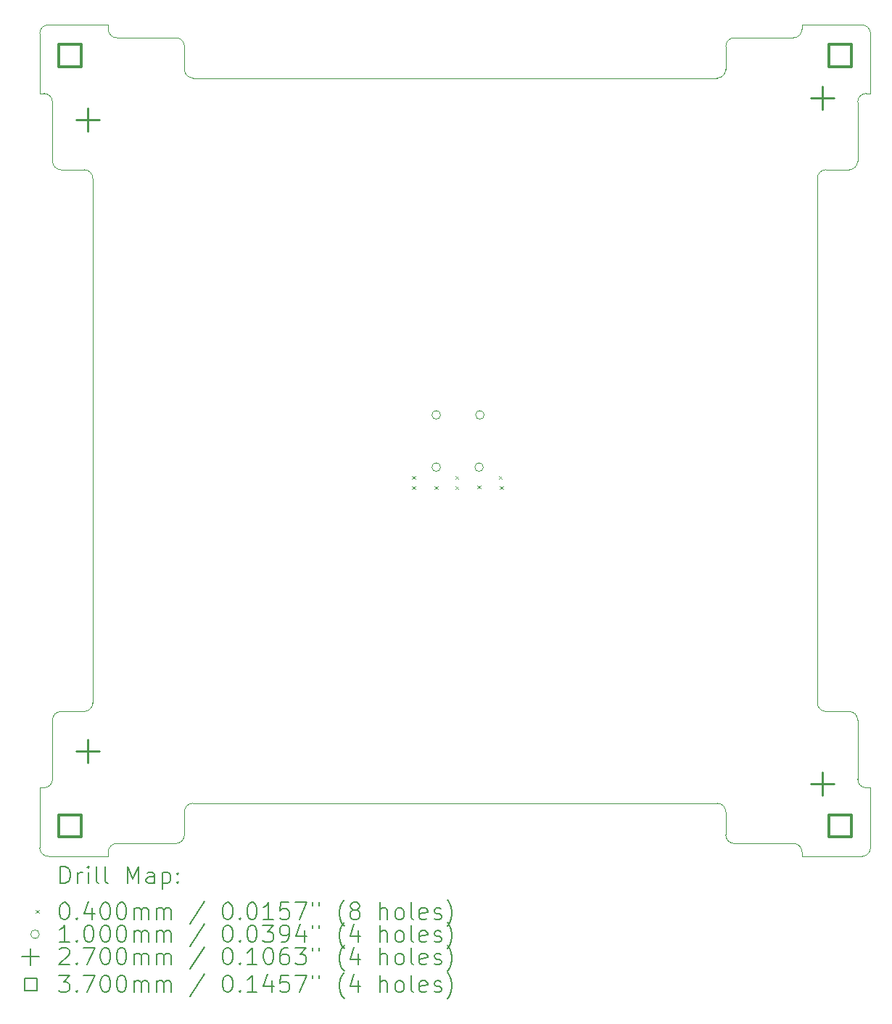
<source format=gbr>
%TF.GenerationSoftware,KiCad,Pcbnew,7.0.1-0*%
%TF.CreationDate,2023-03-19T01:36:27-04:00*%
%TF.ProjectId,bottom-adapter,626f7474-6f6d-42d6-9164-61707465722e,3*%
%TF.SameCoordinates,Original*%
%TF.FileFunction,Drillmap*%
%TF.FilePolarity,Positive*%
%FSLAX45Y45*%
G04 Gerber Fmt 4.5, Leading zero omitted, Abs format (unit mm)*
G04 Created by KiCad (PCBNEW 7.0.1-0) date 2023-03-19 01:36:27*
%MOMM*%
%LPD*%
G01*
G04 APERTURE LIST*
%ADD10C,0.100000*%
%ADD11C,0.200000*%
%ADD12C,0.040000*%
%ADD13C,0.270000*%
%ADD14C,0.370000*%
G04 APERTURE END LIST*
D10*
X7520000Y-13010000D02*
G75*
G03*
X7620000Y-12910000I0J100000D01*
G01*
X7250000Y-13010000D02*
G75*
G03*
X7150000Y-13110000I0J-100000D01*
G01*
X16180000Y-6690000D02*
G75*
G03*
X16080000Y-6790000I0J-100000D01*
G01*
X16700000Y-5800000D02*
X16700000Y-5100000D01*
X16700000Y-5800000D02*
X16650000Y-5800000D01*
X8690000Y-5520000D02*
G75*
G03*
X8790000Y-5620000I100000J0D01*
G01*
X15900000Y-5000000D02*
X16600000Y-5000000D01*
X16550000Y-13800000D02*
G75*
G03*
X16650000Y-13900000I100000J0D01*
G01*
X7000000Y-14600000D02*
G75*
G03*
X7100000Y-14700000I100000J0D01*
G01*
X14910000Y-14080000D02*
X8790000Y-14080000D01*
X16600000Y-14700000D02*
G75*
G03*
X16700000Y-14600000I0J100000D01*
G01*
X7900000Y-14550000D02*
G75*
G03*
X7800000Y-14650000I0J-100000D01*
G01*
X15900000Y-14650000D02*
G75*
G03*
X15800000Y-14550000I-100000J0D01*
G01*
X7000000Y-13900000D02*
X7000000Y-14600000D01*
X16550000Y-13110000D02*
G75*
G03*
X16450000Y-13010000I-100000J0D01*
G01*
X7050000Y-5800000D02*
X7000000Y-5800000D01*
X15010000Y-14180000D02*
X15010000Y-14450000D01*
X8790000Y-5620000D02*
X14910000Y-5620000D01*
X7150000Y-6590000D02*
G75*
G03*
X7250000Y-6690000I100000J0D01*
G01*
X7800000Y-14700000D02*
X7100000Y-14700000D01*
X16600000Y-14700000D02*
X15900000Y-14700000D01*
X16650000Y-13900000D02*
X16700000Y-13900000D01*
X15800000Y-5150000D02*
G75*
G03*
X15900000Y-5050000I0J100000D01*
G01*
X16080000Y-6790000D02*
X16080000Y-12910000D01*
X8590000Y-14550000D02*
X7900000Y-14550000D01*
X7520000Y-13010000D02*
X7250000Y-13010000D01*
X16550000Y-5900000D02*
X16550000Y-6590000D01*
X15010000Y-5520000D02*
X15010000Y-5250000D01*
X14910000Y-5620000D02*
G75*
G03*
X15010000Y-5520000I0J100000D01*
G01*
X8690000Y-14180000D02*
X8690000Y-14450000D01*
X15800000Y-14550000D02*
X15110000Y-14550000D01*
X8790000Y-14080000D02*
G75*
G03*
X8690000Y-14180000I0J-100000D01*
G01*
X7520000Y-6690000D02*
X7250000Y-6690000D01*
X7800000Y-5050000D02*
G75*
G03*
X7900000Y-5150000I100000J0D01*
G01*
X16180000Y-13010000D02*
X16450000Y-13010000D01*
X16700000Y-5100000D02*
G75*
G03*
X16600000Y-5000000I-100000J0D01*
G01*
X7900000Y-5150000D02*
X8590000Y-5150000D01*
X7150000Y-13110000D02*
X7150000Y-13800000D01*
X16180000Y-6690000D02*
X16450000Y-6690000D01*
X15900000Y-5000000D02*
X15900000Y-5050000D01*
X8590000Y-14550000D02*
G75*
G03*
X8690000Y-14450000I0J100000D01*
G01*
X7800000Y-5050000D02*
X7800000Y-5000000D01*
X7000000Y-13900000D02*
X7050000Y-13900000D01*
X7150000Y-5900000D02*
G75*
G03*
X7050000Y-5800000I-100000J0D01*
G01*
X16080000Y-12910000D02*
G75*
G03*
X16180000Y-13010000I100000J0D01*
G01*
X16650000Y-5800000D02*
G75*
G03*
X16550000Y-5900000I0J-100000D01*
G01*
X7620000Y-12910000D02*
X7620000Y-6790000D01*
X8690000Y-5520000D02*
X8690000Y-5250000D01*
X7000000Y-5100000D02*
X7000000Y-5800000D01*
X15800000Y-5150000D02*
X15110000Y-5150000D01*
X7150000Y-5900000D02*
X7150000Y-6590000D01*
X8690000Y-5250000D02*
G75*
G03*
X8590000Y-5150000I-100000J0D01*
G01*
X16450000Y-6690000D02*
G75*
G03*
X16550000Y-6590000I0J100000D01*
G01*
X15010000Y-14180000D02*
G75*
G03*
X14910000Y-14080000I-100000J0D01*
G01*
X15900000Y-14650000D02*
X15900000Y-14700000D01*
X7050000Y-13900000D02*
G75*
G03*
X7150000Y-13800000I0J100000D01*
G01*
X15010000Y-14450000D02*
G75*
G03*
X15110000Y-14550000I100000J0D01*
G01*
X15110000Y-5150000D02*
G75*
G03*
X15010000Y-5250000I0J-100000D01*
G01*
X16550000Y-13110000D02*
X16550000Y-13800000D01*
X7100000Y-5000000D02*
G75*
G03*
X7000000Y-5100000I0J-100000D01*
G01*
X7800000Y-5000000D02*
X7100000Y-5000000D01*
X16700000Y-13900000D02*
X16700000Y-14600000D01*
X7620000Y-6790000D02*
G75*
G03*
X7520000Y-6690000I-100000J0D01*
G01*
X7800000Y-14700000D02*
X7800000Y-14650000D01*
D11*
D12*
X11350000Y-10260000D02*
X11390000Y-10300000D01*
X11390000Y-10260000D02*
X11350000Y-10300000D01*
X11350000Y-10380000D02*
X11390000Y-10420000D01*
X11390000Y-10380000D02*
X11350000Y-10420000D01*
X11610000Y-10380000D02*
X11650000Y-10420000D01*
X11650000Y-10380000D02*
X11610000Y-10420000D01*
X11850000Y-10260000D02*
X11890000Y-10300000D01*
X11890000Y-10260000D02*
X11850000Y-10300000D01*
X11850000Y-10380000D02*
X11890000Y-10420000D01*
X11890000Y-10380000D02*
X11850000Y-10420000D01*
X12110000Y-10370000D02*
X12150000Y-10410000D01*
X12150000Y-10370000D02*
X12110000Y-10410000D01*
X12360000Y-10260000D02*
X12400000Y-10300000D01*
X12400000Y-10260000D02*
X12360000Y-10300000D01*
X12370000Y-10380000D02*
X12410000Y-10420000D01*
X12410000Y-10380000D02*
X12370000Y-10420000D01*
D10*
X11680000Y-9550000D02*
G75*
G03*
X11680000Y-9550000I-50000J0D01*
G01*
X11680000Y-10160000D02*
G75*
G03*
X11680000Y-10160000I-50000J0D01*
G01*
X12180000Y-10160000D02*
G75*
G03*
X12180000Y-10160000I-50000J0D01*
G01*
X12190000Y-9550000D02*
G75*
G03*
X12190000Y-9550000I-50000J0D01*
G01*
D13*
X7563900Y-5968500D02*
X7563900Y-6238500D01*
X7428900Y-6103500D02*
X7698900Y-6103500D01*
X7563900Y-13334500D02*
X7563900Y-13604500D01*
X7428900Y-13469500D02*
X7698900Y-13469500D01*
X16136400Y-5714500D02*
X16136400Y-5984500D01*
X16001400Y-5849500D02*
X16271400Y-5849500D01*
X16136400Y-13715500D02*
X16136400Y-13985500D01*
X16001400Y-13850500D02*
X16271400Y-13850500D01*
D14*
X7485816Y-5485816D02*
X7485816Y-5224184D01*
X7224184Y-5224184D01*
X7224184Y-5485816D01*
X7485816Y-5485816D01*
X7485816Y-14475816D02*
X7485816Y-14214184D01*
X7224184Y-14214184D01*
X7224184Y-14475816D01*
X7485816Y-14475816D01*
X16475816Y-5485816D02*
X16475816Y-5224184D01*
X16214184Y-5224184D01*
X16214184Y-5485816D01*
X16475816Y-5485816D01*
X16475816Y-14475816D02*
X16475816Y-14214184D01*
X16214184Y-14214184D01*
X16214184Y-14475816D01*
X16475816Y-14475816D01*
D11*
X7242619Y-15017524D02*
X7242619Y-14817524D01*
X7242619Y-14817524D02*
X7290238Y-14817524D01*
X7290238Y-14817524D02*
X7318809Y-14827048D01*
X7318809Y-14827048D02*
X7337857Y-14846095D01*
X7337857Y-14846095D02*
X7347381Y-14865143D01*
X7347381Y-14865143D02*
X7356905Y-14903238D01*
X7356905Y-14903238D02*
X7356905Y-14931809D01*
X7356905Y-14931809D02*
X7347381Y-14969905D01*
X7347381Y-14969905D02*
X7337857Y-14988952D01*
X7337857Y-14988952D02*
X7318809Y-15008000D01*
X7318809Y-15008000D02*
X7290238Y-15017524D01*
X7290238Y-15017524D02*
X7242619Y-15017524D01*
X7442619Y-15017524D02*
X7442619Y-14884190D01*
X7442619Y-14922286D02*
X7452143Y-14903238D01*
X7452143Y-14903238D02*
X7461667Y-14893714D01*
X7461667Y-14893714D02*
X7480714Y-14884190D01*
X7480714Y-14884190D02*
X7499762Y-14884190D01*
X7566428Y-15017524D02*
X7566428Y-14884190D01*
X7566428Y-14817524D02*
X7556905Y-14827048D01*
X7556905Y-14827048D02*
X7566428Y-14836571D01*
X7566428Y-14836571D02*
X7575952Y-14827048D01*
X7575952Y-14827048D02*
X7566428Y-14817524D01*
X7566428Y-14817524D02*
X7566428Y-14836571D01*
X7690238Y-15017524D02*
X7671190Y-15008000D01*
X7671190Y-15008000D02*
X7661667Y-14988952D01*
X7661667Y-14988952D02*
X7661667Y-14817524D01*
X7795000Y-15017524D02*
X7775952Y-15008000D01*
X7775952Y-15008000D02*
X7766428Y-14988952D01*
X7766428Y-14988952D02*
X7766428Y-14817524D01*
X8023571Y-15017524D02*
X8023571Y-14817524D01*
X8023571Y-14817524D02*
X8090238Y-14960381D01*
X8090238Y-14960381D02*
X8156905Y-14817524D01*
X8156905Y-14817524D02*
X8156905Y-15017524D01*
X8337857Y-15017524D02*
X8337857Y-14912762D01*
X8337857Y-14912762D02*
X8328333Y-14893714D01*
X8328333Y-14893714D02*
X8309286Y-14884190D01*
X8309286Y-14884190D02*
X8271190Y-14884190D01*
X8271190Y-14884190D02*
X8252143Y-14893714D01*
X8337857Y-15008000D02*
X8318809Y-15017524D01*
X8318809Y-15017524D02*
X8271190Y-15017524D01*
X8271190Y-15017524D02*
X8252143Y-15008000D01*
X8252143Y-15008000D02*
X8242619Y-14988952D01*
X8242619Y-14988952D02*
X8242619Y-14969905D01*
X8242619Y-14969905D02*
X8252143Y-14950857D01*
X8252143Y-14950857D02*
X8271190Y-14941333D01*
X8271190Y-14941333D02*
X8318809Y-14941333D01*
X8318809Y-14941333D02*
X8337857Y-14931809D01*
X8433095Y-14884190D02*
X8433095Y-15084190D01*
X8433095Y-14893714D02*
X8452143Y-14884190D01*
X8452143Y-14884190D02*
X8490238Y-14884190D01*
X8490238Y-14884190D02*
X8509286Y-14893714D01*
X8509286Y-14893714D02*
X8518810Y-14903238D01*
X8518810Y-14903238D02*
X8528333Y-14922286D01*
X8528333Y-14922286D02*
X8528333Y-14979428D01*
X8528333Y-14979428D02*
X8518810Y-14998476D01*
X8518810Y-14998476D02*
X8509286Y-15008000D01*
X8509286Y-15008000D02*
X8490238Y-15017524D01*
X8490238Y-15017524D02*
X8452143Y-15017524D01*
X8452143Y-15017524D02*
X8433095Y-15008000D01*
X8614048Y-14998476D02*
X8623571Y-15008000D01*
X8623571Y-15008000D02*
X8614048Y-15017524D01*
X8614048Y-15017524D02*
X8604524Y-15008000D01*
X8604524Y-15008000D02*
X8614048Y-14998476D01*
X8614048Y-14998476D02*
X8614048Y-15017524D01*
X8614048Y-14893714D02*
X8623571Y-14903238D01*
X8623571Y-14903238D02*
X8614048Y-14912762D01*
X8614048Y-14912762D02*
X8604524Y-14903238D01*
X8604524Y-14903238D02*
X8614048Y-14893714D01*
X8614048Y-14893714D02*
X8614048Y-14912762D01*
D12*
X6955000Y-15325000D02*
X6995000Y-15365000D01*
X6995000Y-15325000D02*
X6955000Y-15365000D01*
D11*
X7280714Y-15237524D02*
X7299762Y-15237524D01*
X7299762Y-15237524D02*
X7318809Y-15247048D01*
X7318809Y-15247048D02*
X7328333Y-15256571D01*
X7328333Y-15256571D02*
X7337857Y-15275619D01*
X7337857Y-15275619D02*
X7347381Y-15313714D01*
X7347381Y-15313714D02*
X7347381Y-15361333D01*
X7347381Y-15361333D02*
X7337857Y-15399428D01*
X7337857Y-15399428D02*
X7328333Y-15418476D01*
X7328333Y-15418476D02*
X7318809Y-15428000D01*
X7318809Y-15428000D02*
X7299762Y-15437524D01*
X7299762Y-15437524D02*
X7280714Y-15437524D01*
X7280714Y-15437524D02*
X7261667Y-15428000D01*
X7261667Y-15428000D02*
X7252143Y-15418476D01*
X7252143Y-15418476D02*
X7242619Y-15399428D01*
X7242619Y-15399428D02*
X7233095Y-15361333D01*
X7233095Y-15361333D02*
X7233095Y-15313714D01*
X7233095Y-15313714D02*
X7242619Y-15275619D01*
X7242619Y-15275619D02*
X7252143Y-15256571D01*
X7252143Y-15256571D02*
X7261667Y-15247048D01*
X7261667Y-15247048D02*
X7280714Y-15237524D01*
X7433095Y-15418476D02*
X7442619Y-15428000D01*
X7442619Y-15428000D02*
X7433095Y-15437524D01*
X7433095Y-15437524D02*
X7423571Y-15428000D01*
X7423571Y-15428000D02*
X7433095Y-15418476D01*
X7433095Y-15418476D02*
X7433095Y-15437524D01*
X7614048Y-15304190D02*
X7614048Y-15437524D01*
X7566428Y-15228000D02*
X7518809Y-15370857D01*
X7518809Y-15370857D02*
X7642619Y-15370857D01*
X7756905Y-15237524D02*
X7775952Y-15237524D01*
X7775952Y-15237524D02*
X7795000Y-15247048D01*
X7795000Y-15247048D02*
X7804524Y-15256571D01*
X7804524Y-15256571D02*
X7814048Y-15275619D01*
X7814048Y-15275619D02*
X7823571Y-15313714D01*
X7823571Y-15313714D02*
X7823571Y-15361333D01*
X7823571Y-15361333D02*
X7814048Y-15399428D01*
X7814048Y-15399428D02*
X7804524Y-15418476D01*
X7804524Y-15418476D02*
X7795000Y-15428000D01*
X7795000Y-15428000D02*
X7775952Y-15437524D01*
X7775952Y-15437524D02*
X7756905Y-15437524D01*
X7756905Y-15437524D02*
X7737857Y-15428000D01*
X7737857Y-15428000D02*
X7728333Y-15418476D01*
X7728333Y-15418476D02*
X7718809Y-15399428D01*
X7718809Y-15399428D02*
X7709286Y-15361333D01*
X7709286Y-15361333D02*
X7709286Y-15313714D01*
X7709286Y-15313714D02*
X7718809Y-15275619D01*
X7718809Y-15275619D02*
X7728333Y-15256571D01*
X7728333Y-15256571D02*
X7737857Y-15247048D01*
X7737857Y-15247048D02*
X7756905Y-15237524D01*
X7947381Y-15237524D02*
X7966429Y-15237524D01*
X7966429Y-15237524D02*
X7985476Y-15247048D01*
X7985476Y-15247048D02*
X7995000Y-15256571D01*
X7995000Y-15256571D02*
X8004524Y-15275619D01*
X8004524Y-15275619D02*
X8014048Y-15313714D01*
X8014048Y-15313714D02*
X8014048Y-15361333D01*
X8014048Y-15361333D02*
X8004524Y-15399428D01*
X8004524Y-15399428D02*
X7995000Y-15418476D01*
X7995000Y-15418476D02*
X7985476Y-15428000D01*
X7985476Y-15428000D02*
X7966429Y-15437524D01*
X7966429Y-15437524D02*
X7947381Y-15437524D01*
X7947381Y-15437524D02*
X7928333Y-15428000D01*
X7928333Y-15428000D02*
X7918809Y-15418476D01*
X7918809Y-15418476D02*
X7909286Y-15399428D01*
X7909286Y-15399428D02*
X7899762Y-15361333D01*
X7899762Y-15361333D02*
X7899762Y-15313714D01*
X7899762Y-15313714D02*
X7909286Y-15275619D01*
X7909286Y-15275619D02*
X7918809Y-15256571D01*
X7918809Y-15256571D02*
X7928333Y-15247048D01*
X7928333Y-15247048D02*
X7947381Y-15237524D01*
X8099762Y-15437524D02*
X8099762Y-15304190D01*
X8099762Y-15323238D02*
X8109286Y-15313714D01*
X8109286Y-15313714D02*
X8128333Y-15304190D01*
X8128333Y-15304190D02*
X8156905Y-15304190D01*
X8156905Y-15304190D02*
X8175952Y-15313714D01*
X8175952Y-15313714D02*
X8185476Y-15332762D01*
X8185476Y-15332762D02*
X8185476Y-15437524D01*
X8185476Y-15332762D02*
X8195000Y-15313714D01*
X8195000Y-15313714D02*
X8214048Y-15304190D01*
X8214048Y-15304190D02*
X8242619Y-15304190D01*
X8242619Y-15304190D02*
X8261667Y-15313714D01*
X8261667Y-15313714D02*
X8271190Y-15332762D01*
X8271190Y-15332762D02*
X8271190Y-15437524D01*
X8366429Y-15437524D02*
X8366429Y-15304190D01*
X8366429Y-15323238D02*
X8375952Y-15313714D01*
X8375952Y-15313714D02*
X8395000Y-15304190D01*
X8395000Y-15304190D02*
X8423572Y-15304190D01*
X8423572Y-15304190D02*
X8442619Y-15313714D01*
X8442619Y-15313714D02*
X8452143Y-15332762D01*
X8452143Y-15332762D02*
X8452143Y-15437524D01*
X8452143Y-15332762D02*
X8461667Y-15313714D01*
X8461667Y-15313714D02*
X8480714Y-15304190D01*
X8480714Y-15304190D02*
X8509286Y-15304190D01*
X8509286Y-15304190D02*
X8528333Y-15313714D01*
X8528333Y-15313714D02*
X8537857Y-15332762D01*
X8537857Y-15332762D02*
X8537857Y-15437524D01*
X8928333Y-15228000D02*
X8756905Y-15485143D01*
X9185476Y-15237524D02*
X9204524Y-15237524D01*
X9204524Y-15237524D02*
X9223572Y-15247048D01*
X9223572Y-15247048D02*
X9233095Y-15256571D01*
X9233095Y-15256571D02*
X9242619Y-15275619D01*
X9242619Y-15275619D02*
X9252143Y-15313714D01*
X9252143Y-15313714D02*
X9252143Y-15361333D01*
X9252143Y-15361333D02*
X9242619Y-15399428D01*
X9242619Y-15399428D02*
X9233095Y-15418476D01*
X9233095Y-15418476D02*
X9223572Y-15428000D01*
X9223572Y-15428000D02*
X9204524Y-15437524D01*
X9204524Y-15437524D02*
X9185476Y-15437524D01*
X9185476Y-15437524D02*
X9166429Y-15428000D01*
X9166429Y-15428000D02*
X9156905Y-15418476D01*
X9156905Y-15418476D02*
X9147381Y-15399428D01*
X9147381Y-15399428D02*
X9137857Y-15361333D01*
X9137857Y-15361333D02*
X9137857Y-15313714D01*
X9137857Y-15313714D02*
X9147381Y-15275619D01*
X9147381Y-15275619D02*
X9156905Y-15256571D01*
X9156905Y-15256571D02*
X9166429Y-15247048D01*
X9166429Y-15247048D02*
X9185476Y-15237524D01*
X9337857Y-15418476D02*
X9347381Y-15428000D01*
X9347381Y-15428000D02*
X9337857Y-15437524D01*
X9337857Y-15437524D02*
X9328334Y-15428000D01*
X9328334Y-15428000D02*
X9337857Y-15418476D01*
X9337857Y-15418476D02*
X9337857Y-15437524D01*
X9471191Y-15237524D02*
X9490238Y-15237524D01*
X9490238Y-15237524D02*
X9509286Y-15247048D01*
X9509286Y-15247048D02*
X9518810Y-15256571D01*
X9518810Y-15256571D02*
X9528334Y-15275619D01*
X9528334Y-15275619D02*
X9537857Y-15313714D01*
X9537857Y-15313714D02*
X9537857Y-15361333D01*
X9537857Y-15361333D02*
X9528334Y-15399428D01*
X9528334Y-15399428D02*
X9518810Y-15418476D01*
X9518810Y-15418476D02*
X9509286Y-15428000D01*
X9509286Y-15428000D02*
X9490238Y-15437524D01*
X9490238Y-15437524D02*
X9471191Y-15437524D01*
X9471191Y-15437524D02*
X9452143Y-15428000D01*
X9452143Y-15428000D02*
X9442619Y-15418476D01*
X9442619Y-15418476D02*
X9433095Y-15399428D01*
X9433095Y-15399428D02*
X9423572Y-15361333D01*
X9423572Y-15361333D02*
X9423572Y-15313714D01*
X9423572Y-15313714D02*
X9433095Y-15275619D01*
X9433095Y-15275619D02*
X9442619Y-15256571D01*
X9442619Y-15256571D02*
X9452143Y-15247048D01*
X9452143Y-15247048D02*
X9471191Y-15237524D01*
X9728334Y-15437524D02*
X9614048Y-15437524D01*
X9671191Y-15437524D02*
X9671191Y-15237524D01*
X9671191Y-15237524D02*
X9652143Y-15266095D01*
X9652143Y-15266095D02*
X9633095Y-15285143D01*
X9633095Y-15285143D02*
X9614048Y-15294667D01*
X9909286Y-15237524D02*
X9814048Y-15237524D01*
X9814048Y-15237524D02*
X9804524Y-15332762D01*
X9804524Y-15332762D02*
X9814048Y-15323238D01*
X9814048Y-15323238D02*
X9833095Y-15313714D01*
X9833095Y-15313714D02*
X9880715Y-15313714D01*
X9880715Y-15313714D02*
X9899762Y-15323238D01*
X9899762Y-15323238D02*
X9909286Y-15332762D01*
X9909286Y-15332762D02*
X9918810Y-15351809D01*
X9918810Y-15351809D02*
X9918810Y-15399428D01*
X9918810Y-15399428D02*
X9909286Y-15418476D01*
X9909286Y-15418476D02*
X9899762Y-15428000D01*
X9899762Y-15428000D02*
X9880715Y-15437524D01*
X9880715Y-15437524D02*
X9833095Y-15437524D01*
X9833095Y-15437524D02*
X9814048Y-15428000D01*
X9814048Y-15428000D02*
X9804524Y-15418476D01*
X9985476Y-15237524D02*
X10118810Y-15237524D01*
X10118810Y-15237524D02*
X10033095Y-15437524D01*
X10185476Y-15237524D02*
X10185476Y-15275619D01*
X10261667Y-15237524D02*
X10261667Y-15275619D01*
X10556905Y-15513714D02*
X10547381Y-15504190D01*
X10547381Y-15504190D02*
X10528334Y-15475619D01*
X10528334Y-15475619D02*
X10518810Y-15456571D01*
X10518810Y-15456571D02*
X10509286Y-15428000D01*
X10509286Y-15428000D02*
X10499762Y-15380381D01*
X10499762Y-15380381D02*
X10499762Y-15342286D01*
X10499762Y-15342286D02*
X10509286Y-15294667D01*
X10509286Y-15294667D02*
X10518810Y-15266095D01*
X10518810Y-15266095D02*
X10528334Y-15247048D01*
X10528334Y-15247048D02*
X10547381Y-15218476D01*
X10547381Y-15218476D02*
X10556905Y-15208952D01*
X10661667Y-15323238D02*
X10642619Y-15313714D01*
X10642619Y-15313714D02*
X10633096Y-15304190D01*
X10633096Y-15304190D02*
X10623572Y-15285143D01*
X10623572Y-15285143D02*
X10623572Y-15275619D01*
X10623572Y-15275619D02*
X10633096Y-15256571D01*
X10633096Y-15256571D02*
X10642619Y-15247048D01*
X10642619Y-15247048D02*
X10661667Y-15237524D01*
X10661667Y-15237524D02*
X10699762Y-15237524D01*
X10699762Y-15237524D02*
X10718810Y-15247048D01*
X10718810Y-15247048D02*
X10728334Y-15256571D01*
X10728334Y-15256571D02*
X10737857Y-15275619D01*
X10737857Y-15275619D02*
X10737857Y-15285143D01*
X10737857Y-15285143D02*
X10728334Y-15304190D01*
X10728334Y-15304190D02*
X10718810Y-15313714D01*
X10718810Y-15313714D02*
X10699762Y-15323238D01*
X10699762Y-15323238D02*
X10661667Y-15323238D01*
X10661667Y-15323238D02*
X10642619Y-15332762D01*
X10642619Y-15332762D02*
X10633096Y-15342286D01*
X10633096Y-15342286D02*
X10623572Y-15361333D01*
X10623572Y-15361333D02*
X10623572Y-15399428D01*
X10623572Y-15399428D02*
X10633096Y-15418476D01*
X10633096Y-15418476D02*
X10642619Y-15428000D01*
X10642619Y-15428000D02*
X10661667Y-15437524D01*
X10661667Y-15437524D02*
X10699762Y-15437524D01*
X10699762Y-15437524D02*
X10718810Y-15428000D01*
X10718810Y-15428000D02*
X10728334Y-15418476D01*
X10728334Y-15418476D02*
X10737857Y-15399428D01*
X10737857Y-15399428D02*
X10737857Y-15361333D01*
X10737857Y-15361333D02*
X10728334Y-15342286D01*
X10728334Y-15342286D02*
X10718810Y-15332762D01*
X10718810Y-15332762D02*
X10699762Y-15323238D01*
X10975953Y-15437524D02*
X10975953Y-15237524D01*
X11061667Y-15437524D02*
X11061667Y-15332762D01*
X11061667Y-15332762D02*
X11052143Y-15313714D01*
X11052143Y-15313714D02*
X11033096Y-15304190D01*
X11033096Y-15304190D02*
X11004524Y-15304190D01*
X11004524Y-15304190D02*
X10985477Y-15313714D01*
X10985477Y-15313714D02*
X10975953Y-15323238D01*
X11185476Y-15437524D02*
X11166429Y-15428000D01*
X11166429Y-15428000D02*
X11156905Y-15418476D01*
X11156905Y-15418476D02*
X11147381Y-15399428D01*
X11147381Y-15399428D02*
X11147381Y-15342286D01*
X11147381Y-15342286D02*
X11156905Y-15323238D01*
X11156905Y-15323238D02*
X11166429Y-15313714D01*
X11166429Y-15313714D02*
X11185476Y-15304190D01*
X11185476Y-15304190D02*
X11214048Y-15304190D01*
X11214048Y-15304190D02*
X11233096Y-15313714D01*
X11233096Y-15313714D02*
X11242619Y-15323238D01*
X11242619Y-15323238D02*
X11252143Y-15342286D01*
X11252143Y-15342286D02*
X11252143Y-15399428D01*
X11252143Y-15399428D02*
X11242619Y-15418476D01*
X11242619Y-15418476D02*
X11233096Y-15428000D01*
X11233096Y-15428000D02*
X11214048Y-15437524D01*
X11214048Y-15437524D02*
X11185476Y-15437524D01*
X11366429Y-15437524D02*
X11347381Y-15428000D01*
X11347381Y-15428000D02*
X11337857Y-15408952D01*
X11337857Y-15408952D02*
X11337857Y-15237524D01*
X11518810Y-15428000D02*
X11499762Y-15437524D01*
X11499762Y-15437524D02*
X11461667Y-15437524D01*
X11461667Y-15437524D02*
X11442619Y-15428000D01*
X11442619Y-15428000D02*
X11433096Y-15408952D01*
X11433096Y-15408952D02*
X11433096Y-15332762D01*
X11433096Y-15332762D02*
X11442619Y-15313714D01*
X11442619Y-15313714D02*
X11461667Y-15304190D01*
X11461667Y-15304190D02*
X11499762Y-15304190D01*
X11499762Y-15304190D02*
X11518810Y-15313714D01*
X11518810Y-15313714D02*
X11528334Y-15332762D01*
X11528334Y-15332762D02*
X11528334Y-15351809D01*
X11528334Y-15351809D02*
X11433096Y-15370857D01*
X11604524Y-15428000D02*
X11623572Y-15437524D01*
X11623572Y-15437524D02*
X11661667Y-15437524D01*
X11661667Y-15437524D02*
X11680715Y-15428000D01*
X11680715Y-15428000D02*
X11690238Y-15408952D01*
X11690238Y-15408952D02*
X11690238Y-15399428D01*
X11690238Y-15399428D02*
X11680715Y-15380381D01*
X11680715Y-15380381D02*
X11661667Y-15370857D01*
X11661667Y-15370857D02*
X11633096Y-15370857D01*
X11633096Y-15370857D02*
X11614048Y-15361333D01*
X11614048Y-15361333D02*
X11604524Y-15342286D01*
X11604524Y-15342286D02*
X11604524Y-15332762D01*
X11604524Y-15332762D02*
X11614048Y-15313714D01*
X11614048Y-15313714D02*
X11633096Y-15304190D01*
X11633096Y-15304190D02*
X11661667Y-15304190D01*
X11661667Y-15304190D02*
X11680715Y-15313714D01*
X11756905Y-15513714D02*
X11766429Y-15504190D01*
X11766429Y-15504190D02*
X11785477Y-15475619D01*
X11785477Y-15475619D02*
X11795000Y-15456571D01*
X11795000Y-15456571D02*
X11804524Y-15428000D01*
X11804524Y-15428000D02*
X11814048Y-15380381D01*
X11814048Y-15380381D02*
X11814048Y-15342286D01*
X11814048Y-15342286D02*
X11804524Y-15294667D01*
X11804524Y-15294667D02*
X11795000Y-15266095D01*
X11795000Y-15266095D02*
X11785477Y-15247048D01*
X11785477Y-15247048D02*
X11766429Y-15218476D01*
X11766429Y-15218476D02*
X11756905Y-15208952D01*
D10*
X6995000Y-15609000D02*
G75*
G03*
X6995000Y-15609000I-50000J0D01*
G01*
D11*
X7347381Y-15701524D02*
X7233095Y-15701524D01*
X7290238Y-15701524D02*
X7290238Y-15501524D01*
X7290238Y-15501524D02*
X7271190Y-15530095D01*
X7271190Y-15530095D02*
X7252143Y-15549143D01*
X7252143Y-15549143D02*
X7233095Y-15558667D01*
X7433095Y-15682476D02*
X7442619Y-15692000D01*
X7442619Y-15692000D02*
X7433095Y-15701524D01*
X7433095Y-15701524D02*
X7423571Y-15692000D01*
X7423571Y-15692000D02*
X7433095Y-15682476D01*
X7433095Y-15682476D02*
X7433095Y-15701524D01*
X7566428Y-15501524D02*
X7585476Y-15501524D01*
X7585476Y-15501524D02*
X7604524Y-15511048D01*
X7604524Y-15511048D02*
X7614048Y-15520571D01*
X7614048Y-15520571D02*
X7623571Y-15539619D01*
X7623571Y-15539619D02*
X7633095Y-15577714D01*
X7633095Y-15577714D02*
X7633095Y-15625333D01*
X7633095Y-15625333D02*
X7623571Y-15663428D01*
X7623571Y-15663428D02*
X7614048Y-15682476D01*
X7614048Y-15682476D02*
X7604524Y-15692000D01*
X7604524Y-15692000D02*
X7585476Y-15701524D01*
X7585476Y-15701524D02*
X7566428Y-15701524D01*
X7566428Y-15701524D02*
X7547381Y-15692000D01*
X7547381Y-15692000D02*
X7537857Y-15682476D01*
X7537857Y-15682476D02*
X7528333Y-15663428D01*
X7528333Y-15663428D02*
X7518809Y-15625333D01*
X7518809Y-15625333D02*
X7518809Y-15577714D01*
X7518809Y-15577714D02*
X7528333Y-15539619D01*
X7528333Y-15539619D02*
X7537857Y-15520571D01*
X7537857Y-15520571D02*
X7547381Y-15511048D01*
X7547381Y-15511048D02*
X7566428Y-15501524D01*
X7756905Y-15501524D02*
X7775952Y-15501524D01*
X7775952Y-15501524D02*
X7795000Y-15511048D01*
X7795000Y-15511048D02*
X7804524Y-15520571D01*
X7804524Y-15520571D02*
X7814048Y-15539619D01*
X7814048Y-15539619D02*
X7823571Y-15577714D01*
X7823571Y-15577714D02*
X7823571Y-15625333D01*
X7823571Y-15625333D02*
X7814048Y-15663428D01*
X7814048Y-15663428D02*
X7804524Y-15682476D01*
X7804524Y-15682476D02*
X7795000Y-15692000D01*
X7795000Y-15692000D02*
X7775952Y-15701524D01*
X7775952Y-15701524D02*
X7756905Y-15701524D01*
X7756905Y-15701524D02*
X7737857Y-15692000D01*
X7737857Y-15692000D02*
X7728333Y-15682476D01*
X7728333Y-15682476D02*
X7718809Y-15663428D01*
X7718809Y-15663428D02*
X7709286Y-15625333D01*
X7709286Y-15625333D02*
X7709286Y-15577714D01*
X7709286Y-15577714D02*
X7718809Y-15539619D01*
X7718809Y-15539619D02*
X7728333Y-15520571D01*
X7728333Y-15520571D02*
X7737857Y-15511048D01*
X7737857Y-15511048D02*
X7756905Y-15501524D01*
X7947381Y-15501524D02*
X7966429Y-15501524D01*
X7966429Y-15501524D02*
X7985476Y-15511048D01*
X7985476Y-15511048D02*
X7995000Y-15520571D01*
X7995000Y-15520571D02*
X8004524Y-15539619D01*
X8004524Y-15539619D02*
X8014048Y-15577714D01*
X8014048Y-15577714D02*
X8014048Y-15625333D01*
X8014048Y-15625333D02*
X8004524Y-15663428D01*
X8004524Y-15663428D02*
X7995000Y-15682476D01*
X7995000Y-15682476D02*
X7985476Y-15692000D01*
X7985476Y-15692000D02*
X7966429Y-15701524D01*
X7966429Y-15701524D02*
X7947381Y-15701524D01*
X7947381Y-15701524D02*
X7928333Y-15692000D01*
X7928333Y-15692000D02*
X7918809Y-15682476D01*
X7918809Y-15682476D02*
X7909286Y-15663428D01*
X7909286Y-15663428D02*
X7899762Y-15625333D01*
X7899762Y-15625333D02*
X7899762Y-15577714D01*
X7899762Y-15577714D02*
X7909286Y-15539619D01*
X7909286Y-15539619D02*
X7918809Y-15520571D01*
X7918809Y-15520571D02*
X7928333Y-15511048D01*
X7928333Y-15511048D02*
X7947381Y-15501524D01*
X8099762Y-15701524D02*
X8099762Y-15568190D01*
X8099762Y-15587238D02*
X8109286Y-15577714D01*
X8109286Y-15577714D02*
X8128333Y-15568190D01*
X8128333Y-15568190D02*
X8156905Y-15568190D01*
X8156905Y-15568190D02*
X8175952Y-15577714D01*
X8175952Y-15577714D02*
X8185476Y-15596762D01*
X8185476Y-15596762D02*
X8185476Y-15701524D01*
X8185476Y-15596762D02*
X8195000Y-15577714D01*
X8195000Y-15577714D02*
X8214048Y-15568190D01*
X8214048Y-15568190D02*
X8242619Y-15568190D01*
X8242619Y-15568190D02*
X8261667Y-15577714D01*
X8261667Y-15577714D02*
X8271190Y-15596762D01*
X8271190Y-15596762D02*
X8271190Y-15701524D01*
X8366429Y-15701524D02*
X8366429Y-15568190D01*
X8366429Y-15587238D02*
X8375952Y-15577714D01*
X8375952Y-15577714D02*
X8395000Y-15568190D01*
X8395000Y-15568190D02*
X8423572Y-15568190D01*
X8423572Y-15568190D02*
X8442619Y-15577714D01*
X8442619Y-15577714D02*
X8452143Y-15596762D01*
X8452143Y-15596762D02*
X8452143Y-15701524D01*
X8452143Y-15596762D02*
X8461667Y-15577714D01*
X8461667Y-15577714D02*
X8480714Y-15568190D01*
X8480714Y-15568190D02*
X8509286Y-15568190D01*
X8509286Y-15568190D02*
X8528333Y-15577714D01*
X8528333Y-15577714D02*
X8537857Y-15596762D01*
X8537857Y-15596762D02*
X8537857Y-15701524D01*
X8928333Y-15492000D02*
X8756905Y-15749143D01*
X9185476Y-15501524D02*
X9204524Y-15501524D01*
X9204524Y-15501524D02*
X9223572Y-15511048D01*
X9223572Y-15511048D02*
X9233095Y-15520571D01*
X9233095Y-15520571D02*
X9242619Y-15539619D01*
X9242619Y-15539619D02*
X9252143Y-15577714D01*
X9252143Y-15577714D02*
X9252143Y-15625333D01*
X9252143Y-15625333D02*
X9242619Y-15663428D01*
X9242619Y-15663428D02*
X9233095Y-15682476D01*
X9233095Y-15682476D02*
X9223572Y-15692000D01*
X9223572Y-15692000D02*
X9204524Y-15701524D01*
X9204524Y-15701524D02*
X9185476Y-15701524D01*
X9185476Y-15701524D02*
X9166429Y-15692000D01*
X9166429Y-15692000D02*
X9156905Y-15682476D01*
X9156905Y-15682476D02*
X9147381Y-15663428D01*
X9147381Y-15663428D02*
X9137857Y-15625333D01*
X9137857Y-15625333D02*
X9137857Y-15577714D01*
X9137857Y-15577714D02*
X9147381Y-15539619D01*
X9147381Y-15539619D02*
X9156905Y-15520571D01*
X9156905Y-15520571D02*
X9166429Y-15511048D01*
X9166429Y-15511048D02*
X9185476Y-15501524D01*
X9337857Y-15682476D02*
X9347381Y-15692000D01*
X9347381Y-15692000D02*
X9337857Y-15701524D01*
X9337857Y-15701524D02*
X9328334Y-15692000D01*
X9328334Y-15692000D02*
X9337857Y-15682476D01*
X9337857Y-15682476D02*
X9337857Y-15701524D01*
X9471191Y-15501524D02*
X9490238Y-15501524D01*
X9490238Y-15501524D02*
X9509286Y-15511048D01*
X9509286Y-15511048D02*
X9518810Y-15520571D01*
X9518810Y-15520571D02*
X9528334Y-15539619D01*
X9528334Y-15539619D02*
X9537857Y-15577714D01*
X9537857Y-15577714D02*
X9537857Y-15625333D01*
X9537857Y-15625333D02*
X9528334Y-15663428D01*
X9528334Y-15663428D02*
X9518810Y-15682476D01*
X9518810Y-15682476D02*
X9509286Y-15692000D01*
X9509286Y-15692000D02*
X9490238Y-15701524D01*
X9490238Y-15701524D02*
X9471191Y-15701524D01*
X9471191Y-15701524D02*
X9452143Y-15692000D01*
X9452143Y-15692000D02*
X9442619Y-15682476D01*
X9442619Y-15682476D02*
X9433095Y-15663428D01*
X9433095Y-15663428D02*
X9423572Y-15625333D01*
X9423572Y-15625333D02*
X9423572Y-15577714D01*
X9423572Y-15577714D02*
X9433095Y-15539619D01*
X9433095Y-15539619D02*
X9442619Y-15520571D01*
X9442619Y-15520571D02*
X9452143Y-15511048D01*
X9452143Y-15511048D02*
X9471191Y-15501524D01*
X9604524Y-15501524D02*
X9728334Y-15501524D01*
X9728334Y-15501524D02*
X9661667Y-15577714D01*
X9661667Y-15577714D02*
X9690238Y-15577714D01*
X9690238Y-15577714D02*
X9709286Y-15587238D01*
X9709286Y-15587238D02*
X9718810Y-15596762D01*
X9718810Y-15596762D02*
X9728334Y-15615809D01*
X9728334Y-15615809D02*
X9728334Y-15663428D01*
X9728334Y-15663428D02*
X9718810Y-15682476D01*
X9718810Y-15682476D02*
X9709286Y-15692000D01*
X9709286Y-15692000D02*
X9690238Y-15701524D01*
X9690238Y-15701524D02*
X9633095Y-15701524D01*
X9633095Y-15701524D02*
X9614048Y-15692000D01*
X9614048Y-15692000D02*
X9604524Y-15682476D01*
X9823572Y-15701524D02*
X9861667Y-15701524D01*
X9861667Y-15701524D02*
X9880715Y-15692000D01*
X9880715Y-15692000D02*
X9890238Y-15682476D01*
X9890238Y-15682476D02*
X9909286Y-15653905D01*
X9909286Y-15653905D02*
X9918810Y-15615809D01*
X9918810Y-15615809D02*
X9918810Y-15539619D01*
X9918810Y-15539619D02*
X9909286Y-15520571D01*
X9909286Y-15520571D02*
X9899762Y-15511048D01*
X9899762Y-15511048D02*
X9880715Y-15501524D01*
X9880715Y-15501524D02*
X9842619Y-15501524D01*
X9842619Y-15501524D02*
X9823572Y-15511048D01*
X9823572Y-15511048D02*
X9814048Y-15520571D01*
X9814048Y-15520571D02*
X9804524Y-15539619D01*
X9804524Y-15539619D02*
X9804524Y-15587238D01*
X9804524Y-15587238D02*
X9814048Y-15606286D01*
X9814048Y-15606286D02*
X9823572Y-15615809D01*
X9823572Y-15615809D02*
X9842619Y-15625333D01*
X9842619Y-15625333D02*
X9880715Y-15625333D01*
X9880715Y-15625333D02*
X9899762Y-15615809D01*
X9899762Y-15615809D02*
X9909286Y-15606286D01*
X9909286Y-15606286D02*
X9918810Y-15587238D01*
X10090238Y-15568190D02*
X10090238Y-15701524D01*
X10042619Y-15492000D02*
X9995000Y-15634857D01*
X9995000Y-15634857D02*
X10118810Y-15634857D01*
X10185476Y-15501524D02*
X10185476Y-15539619D01*
X10261667Y-15501524D02*
X10261667Y-15539619D01*
X10556905Y-15777714D02*
X10547381Y-15768190D01*
X10547381Y-15768190D02*
X10528334Y-15739619D01*
X10528334Y-15739619D02*
X10518810Y-15720571D01*
X10518810Y-15720571D02*
X10509286Y-15692000D01*
X10509286Y-15692000D02*
X10499762Y-15644381D01*
X10499762Y-15644381D02*
X10499762Y-15606286D01*
X10499762Y-15606286D02*
X10509286Y-15558667D01*
X10509286Y-15558667D02*
X10518810Y-15530095D01*
X10518810Y-15530095D02*
X10528334Y-15511048D01*
X10528334Y-15511048D02*
X10547381Y-15482476D01*
X10547381Y-15482476D02*
X10556905Y-15472952D01*
X10718810Y-15568190D02*
X10718810Y-15701524D01*
X10671191Y-15492000D02*
X10623572Y-15634857D01*
X10623572Y-15634857D02*
X10747381Y-15634857D01*
X10975953Y-15701524D02*
X10975953Y-15501524D01*
X11061667Y-15701524D02*
X11061667Y-15596762D01*
X11061667Y-15596762D02*
X11052143Y-15577714D01*
X11052143Y-15577714D02*
X11033096Y-15568190D01*
X11033096Y-15568190D02*
X11004524Y-15568190D01*
X11004524Y-15568190D02*
X10985477Y-15577714D01*
X10985477Y-15577714D02*
X10975953Y-15587238D01*
X11185476Y-15701524D02*
X11166429Y-15692000D01*
X11166429Y-15692000D02*
X11156905Y-15682476D01*
X11156905Y-15682476D02*
X11147381Y-15663428D01*
X11147381Y-15663428D02*
X11147381Y-15606286D01*
X11147381Y-15606286D02*
X11156905Y-15587238D01*
X11156905Y-15587238D02*
X11166429Y-15577714D01*
X11166429Y-15577714D02*
X11185476Y-15568190D01*
X11185476Y-15568190D02*
X11214048Y-15568190D01*
X11214048Y-15568190D02*
X11233096Y-15577714D01*
X11233096Y-15577714D02*
X11242619Y-15587238D01*
X11242619Y-15587238D02*
X11252143Y-15606286D01*
X11252143Y-15606286D02*
X11252143Y-15663428D01*
X11252143Y-15663428D02*
X11242619Y-15682476D01*
X11242619Y-15682476D02*
X11233096Y-15692000D01*
X11233096Y-15692000D02*
X11214048Y-15701524D01*
X11214048Y-15701524D02*
X11185476Y-15701524D01*
X11366429Y-15701524D02*
X11347381Y-15692000D01*
X11347381Y-15692000D02*
X11337857Y-15672952D01*
X11337857Y-15672952D02*
X11337857Y-15501524D01*
X11518810Y-15692000D02*
X11499762Y-15701524D01*
X11499762Y-15701524D02*
X11461667Y-15701524D01*
X11461667Y-15701524D02*
X11442619Y-15692000D01*
X11442619Y-15692000D02*
X11433096Y-15672952D01*
X11433096Y-15672952D02*
X11433096Y-15596762D01*
X11433096Y-15596762D02*
X11442619Y-15577714D01*
X11442619Y-15577714D02*
X11461667Y-15568190D01*
X11461667Y-15568190D02*
X11499762Y-15568190D01*
X11499762Y-15568190D02*
X11518810Y-15577714D01*
X11518810Y-15577714D02*
X11528334Y-15596762D01*
X11528334Y-15596762D02*
X11528334Y-15615809D01*
X11528334Y-15615809D02*
X11433096Y-15634857D01*
X11604524Y-15692000D02*
X11623572Y-15701524D01*
X11623572Y-15701524D02*
X11661667Y-15701524D01*
X11661667Y-15701524D02*
X11680715Y-15692000D01*
X11680715Y-15692000D02*
X11690238Y-15672952D01*
X11690238Y-15672952D02*
X11690238Y-15663428D01*
X11690238Y-15663428D02*
X11680715Y-15644381D01*
X11680715Y-15644381D02*
X11661667Y-15634857D01*
X11661667Y-15634857D02*
X11633096Y-15634857D01*
X11633096Y-15634857D02*
X11614048Y-15625333D01*
X11614048Y-15625333D02*
X11604524Y-15606286D01*
X11604524Y-15606286D02*
X11604524Y-15596762D01*
X11604524Y-15596762D02*
X11614048Y-15577714D01*
X11614048Y-15577714D02*
X11633096Y-15568190D01*
X11633096Y-15568190D02*
X11661667Y-15568190D01*
X11661667Y-15568190D02*
X11680715Y-15577714D01*
X11756905Y-15777714D02*
X11766429Y-15768190D01*
X11766429Y-15768190D02*
X11785477Y-15739619D01*
X11785477Y-15739619D02*
X11795000Y-15720571D01*
X11795000Y-15720571D02*
X11804524Y-15692000D01*
X11804524Y-15692000D02*
X11814048Y-15644381D01*
X11814048Y-15644381D02*
X11814048Y-15606286D01*
X11814048Y-15606286D02*
X11804524Y-15558667D01*
X11804524Y-15558667D02*
X11795000Y-15530095D01*
X11795000Y-15530095D02*
X11785477Y-15511048D01*
X11785477Y-15511048D02*
X11766429Y-15482476D01*
X11766429Y-15482476D02*
X11756905Y-15472952D01*
X6895000Y-15773000D02*
X6895000Y-15973000D01*
X6795000Y-15873000D02*
X6995000Y-15873000D01*
X7233095Y-15784571D02*
X7242619Y-15775048D01*
X7242619Y-15775048D02*
X7261667Y-15765524D01*
X7261667Y-15765524D02*
X7309286Y-15765524D01*
X7309286Y-15765524D02*
X7328333Y-15775048D01*
X7328333Y-15775048D02*
X7337857Y-15784571D01*
X7337857Y-15784571D02*
X7347381Y-15803619D01*
X7347381Y-15803619D02*
X7347381Y-15822667D01*
X7347381Y-15822667D02*
X7337857Y-15851238D01*
X7337857Y-15851238D02*
X7223571Y-15965524D01*
X7223571Y-15965524D02*
X7347381Y-15965524D01*
X7433095Y-15946476D02*
X7442619Y-15956000D01*
X7442619Y-15956000D02*
X7433095Y-15965524D01*
X7433095Y-15965524D02*
X7423571Y-15956000D01*
X7423571Y-15956000D02*
X7433095Y-15946476D01*
X7433095Y-15946476D02*
X7433095Y-15965524D01*
X7509286Y-15765524D02*
X7642619Y-15765524D01*
X7642619Y-15765524D02*
X7556905Y-15965524D01*
X7756905Y-15765524D02*
X7775952Y-15765524D01*
X7775952Y-15765524D02*
X7795000Y-15775048D01*
X7795000Y-15775048D02*
X7804524Y-15784571D01*
X7804524Y-15784571D02*
X7814048Y-15803619D01*
X7814048Y-15803619D02*
X7823571Y-15841714D01*
X7823571Y-15841714D02*
X7823571Y-15889333D01*
X7823571Y-15889333D02*
X7814048Y-15927428D01*
X7814048Y-15927428D02*
X7804524Y-15946476D01*
X7804524Y-15946476D02*
X7795000Y-15956000D01*
X7795000Y-15956000D02*
X7775952Y-15965524D01*
X7775952Y-15965524D02*
X7756905Y-15965524D01*
X7756905Y-15965524D02*
X7737857Y-15956000D01*
X7737857Y-15956000D02*
X7728333Y-15946476D01*
X7728333Y-15946476D02*
X7718809Y-15927428D01*
X7718809Y-15927428D02*
X7709286Y-15889333D01*
X7709286Y-15889333D02*
X7709286Y-15841714D01*
X7709286Y-15841714D02*
X7718809Y-15803619D01*
X7718809Y-15803619D02*
X7728333Y-15784571D01*
X7728333Y-15784571D02*
X7737857Y-15775048D01*
X7737857Y-15775048D02*
X7756905Y-15765524D01*
X7947381Y-15765524D02*
X7966429Y-15765524D01*
X7966429Y-15765524D02*
X7985476Y-15775048D01*
X7985476Y-15775048D02*
X7995000Y-15784571D01*
X7995000Y-15784571D02*
X8004524Y-15803619D01*
X8004524Y-15803619D02*
X8014048Y-15841714D01*
X8014048Y-15841714D02*
X8014048Y-15889333D01*
X8014048Y-15889333D02*
X8004524Y-15927428D01*
X8004524Y-15927428D02*
X7995000Y-15946476D01*
X7995000Y-15946476D02*
X7985476Y-15956000D01*
X7985476Y-15956000D02*
X7966429Y-15965524D01*
X7966429Y-15965524D02*
X7947381Y-15965524D01*
X7947381Y-15965524D02*
X7928333Y-15956000D01*
X7928333Y-15956000D02*
X7918809Y-15946476D01*
X7918809Y-15946476D02*
X7909286Y-15927428D01*
X7909286Y-15927428D02*
X7899762Y-15889333D01*
X7899762Y-15889333D02*
X7899762Y-15841714D01*
X7899762Y-15841714D02*
X7909286Y-15803619D01*
X7909286Y-15803619D02*
X7918809Y-15784571D01*
X7918809Y-15784571D02*
X7928333Y-15775048D01*
X7928333Y-15775048D02*
X7947381Y-15765524D01*
X8099762Y-15965524D02*
X8099762Y-15832190D01*
X8099762Y-15851238D02*
X8109286Y-15841714D01*
X8109286Y-15841714D02*
X8128333Y-15832190D01*
X8128333Y-15832190D02*
X8156905Y-15832190D01*
X8156905Y-15832190D02*
X8175952Y-15841714D01*
X8175952Y-15841714D02*
X8185476Y-15860762D01*
X8185476Y-15860762D02*
X8185476Y-15965524D01*
X8185476Y-15860762D02*
X8195000Y-15841714D01*
X8195000Y-15841714D02*
X8214048Y-15832190D01*
X8214048Y-15832190D02*
X8242619Y-15832190D01*
X8242619Y-15832190D02*
X8261667Y-15841714D01*
X8261667Y-15841714D02*
X8271190Y-15860762D01*
X8271190Y-15860762D02*
X8271190Y-15965524D01*
X8366429Y-15965524D02*
X8366429Y-15832190D01*
X8366429Y-15851238D02*
X8375952Y-15841714D01*
X8375952Y-15841714D02*
X8395000Y-15832190D01*
X8395000Y-15832190D02*
X8423572Y-15832190D01*
X8423572Y-15832190D02*
X8442619Y-15841714D01*
X8442619Y-15841714D02*
X8452143Y-15860762D01*
X8452143Y-15860762D02*
X8452143Y-15965524D01*
X8452143Y-15860762D02*
X8461667Y-15841714D01*
X8461667Y-15841714D02*
X8480714Y-15832190D01*
X8480714Y-15832190D02*
X8509286Y-15832190D01*
X8509286Y-15832190D02*
X8528333Y-15841714D01*
X8528333Y-15841714D02*
X8537857Y-15860762D01*
X8537857Y-15860762D02*
X8537857Y-15965524D01*
X8928333Y-15756000D02*
X8756905Y-16013143D01*
X9185476Y-15765524D02*
X9204524Y-15765524D01*
X9204524Y-15765524D02*
X9223572Y-15775048D01*
X9223572Y-15775048D02*
X9233095Y-15784571D01*
X9233095Y-15784571D02*
X9242619Y-15803619D01*
X9242619Y-15803619D02*
X9252143Y-15841714D01*
X9252143Y-15841714D02*
X9252143Y-15889333D01*
X9252143Y-15889333D02*
X9242619Y-15927428D01*
X9242619Y-15927428D02*
X9233095Y-15946476D01*
X9233095Y-15946476D02*
X9223572Y-15956000D01*
X9223572Y-15956000D02*
X9204524Y-15965524D01*
X9204524Y-15965524D02*
X9185476Y-15965524D01*
X9185476Y-15965524D02*
X9166429Y-15956000D01*
X9166429Y-15956000D02*
X9156905Y-15946476D01*
X9156905Y-15946476D02*
X9147381Y-15927428D01*
X9147381Y-15927428D02*
X9137857Y-15889333D01*
X9137857Y-15889333D02*
X9137857Y-15841714D01*
X9137857Y-15841714D02*
X9147381Y-15803619D01*
X9147381Y-15803619D02*
X9156905Y-15784571D01*
X9156905Y-15784571D02*
X9166429Y-15775048D01*
X9166429Y-15775048D02*
X9185476Y-15765524D01*
X9337857Y-15946476D02*
X9347381Y-15956000D01*
X9347381Y-15956000D02*
X9337857Y-15965524D01*
X9337857Y-15965524D02*
X9328334Y-15956000D01*
X9328334Y-15956000D02*
X9337857Y-15946476D01*
X9337857Y-15946476D02*
X9337857Y-15965524D01*
X9537857Y-15965524D02*
X9423572Y-15965524D01*
X9480714Y-15965524D02*
X9480714Y-15765524D01*
X9480714Y-15765524D02*
X9461667Y-15794095D01*
X9461667Y-15794095D02*
X9442619Y-15813143D01*
X9442619Y-15813143D02*
X9423572Y-15822667D01*
X9661667Y-15765524D02*
X9680715Y-15765524D01*
X9680715Y-15765524D02*
X9699762Y-15775048D01*
X9699762Y-15775048D02*
X9709286Y-15784571D01*
X9709286Y-15784571D02*
X9718810Y-15803619D01*
X9718810Y-15803619D02*
X9728334Y-15841714D01*
X9728334Y-15841714D02*
X9728334Y-15889333D01*
X9728334Y-15889333D02*
X9718810Y-15927428D01*
X9718810Y-15927428D02*
X9709286Y-15946476D01*
X9709286Y-15946476D02*
X9699762Y-15956000D01*
X9699762Y-15956000D02*
X9680715Y-15965524D01*
X9680715Y-15965524D02*
X9661667Y-15965524D01*
X9661667Y-15965524D02*
X9642619Y-15956000D01*
X9642619Y-15956000D02*
X9633095Y-15946476D01*
X9633095Y-15946476D02*
X9623572Y-15927428D01*
X9623572Y-15927428D02*
X9614048Y-15889333D01*
X9614048Y-15889333D02*
X9614048Y-15841714D01*
X9614048Y-15841714D02*
X9623572Y-15803619D01*
X9623572Y-15803619D02*
X9633095Y-15784571D01*
X9633095Y-15784571D02*
X9642619Y-15775048D01*
X9642619Y-15775048D02*
X9661667Y-15765524D01*
X9899762Y-15765524D02*
X9861667Y-15765524D01*
X9861667Y-15765524D02*
X9842619Y-15775048D01*
X9842619Y-15775048D02*
X9833095Y-15784571D01*
X9833095Y-15784571D02*
X9814048Y-15813143D01*
X9814048Y-15813143D02*
X9804524Y-15851238D01*
X9804524Y-15851238D02*
X9804524Y-15927428D01*
X9804524Y-15927428D02*
X9814048Y-15946476D01*
X9814048Y-15946476D02*
X9823572Y-15956000D01*
X9823572Y-15956000D02*
X9842619Y-15965524D01*
X9842619Y-15965524D02*
X9880715Y-15965524D01*
X9880715Y-15965524D02*
X9899762Y-15956000D01*
X9899762Y-15956000D02*
X9909286Y-15946476D01*
X9909286Y-15946476D02*
X9918810Y-15927428D01*
X9918810Y-15927428D02*
X9918810Y-15879809D01*
X9918810Y-15879809D02*
X9909286Y-15860762D01*
X9909286Y-15860762D02*
X9899762Y-15851238D01*
X9899762Y-15851238D02*
X9880715Y-15841714D01*
X9880715Y-15841714D02*
X9842619Y-15841714D01*
X9842619Y-15841714D02*
X9823572Y-15851238D01*
X9823572Y-15851238D02*
X9814048Y-15860762D01*
X9814048Y-15860762D02*
X9804524Y-15879809D01*
X9985476Y-15765524D02*
X10109286Y-15765524D01*
X10109286Y-15765524D02*
X10042619Y-15841714D01*
X10042619Y-15841714D02*
X10071191Y-15841714D01*
X10071191Y-15841714D02*
X10090238Y-15851238D01*
X10090238Y-15851238D02*
X10099762Y-15860762D01*
X10099762Y-15860762D02*
X10109286Y-15879809D01*
X10109286Y-15879809D02*
X10109286Y-15927428D01*
X10109286Y-15927428D02*
X10099762Y-15946476D01*
X10099762Y-15946476D02*
X10090238Y-15956000D01*
X10090238Y-15956000D02*
X10071191Y-15965524D01*
X10071191Y-15965524D02*
X10014048Y-15965524D01*
X10014048Y-15965524D02*
X9995000Y-15956000D01*
X9995000Y-15956000D02*
X9985476Y-15946476D01*
X10185476Y-15765524D02*
X10185476Y-15803619D01*
X10261667Y-15765524D02*
X10261667Y-15803619D01*
X10556905Y-16041714D02*
X10547381Y-16032190D01*
X10547381Y-16032190D02*
X10528334Y-16003619D01*
X10528334Y-16003619D02*
X10518810Y-15984571D01*
X10518810Y-15984571D02*
X10509286Y-15956000D01*
X10509286Y-15956000D02*
X10499762Y-15908381D01*
X10499762Y-15908381D02*
X10499762Y-15870286D01*
X10499762Y-15870286D02*
X10509286Y-15822667D01*
X10509286Y-15822667D02*
X10518810Y-15794095D01*
X10518810Y-15794095D02*
X10528334Y-15775048D01*
X10528334Y-15775048D02*
X10547381Y-15746476D01*
X10547381Y-15746476D02*
X10556905Y-15736952D01*
X10718810Y-15832190D02*
X10718810Y-15965524D01*
X10671191Y-15756000D02*
X10623572Y-15898857D01*
X10623572Y-15898857D02*
X10747381Y-15898857D01*
X10975953Y-15965524D02*
X10975953Y-15765524D01*
X11061667Y-15965524D02*
X11061667Y-15860762D01*
X11061667Y-15860762D02*
X11052143Y-15841714D01*
X11052143Y-15841714D02*
X11033096Y-15832190D01*
X11033096Y-15832190D02*
X11004524Y-15832190D01*
X11004524Y-15832190D02*
X10985477Y-15841714D01*
X10985477Y-15841714D02*
X10975953Y-15851238D01*
X11185476Y-15965524D02*
X11166429Y-15956000D01*
X11166429Y-15956000D02*
X11156905Y-15946476D01*
X11156905Y-15946476D02*
X11147381Y-15927428D01*
X11147381Y-15927428D02*
X11147381Y-15870286D01*
X11147381Y-15870286D02*
X11156905Y-15851238D01*
X11156905Y-15851238D02*
X11166429Y-15841714D01*
X11166429Y-15841714D02*
X11185476Y-15832190D01*
X11185476Y-15832190D02*
X11214048Y-15832190D01*
X11214048Y-15832190D02*
X11233096Y-15841714D01*
X11233096Y-15841714D02*
X11242619Y-15851238D01*
X11242619Y-15851238D02*
X11252143Y-15870286D01*
X11252143Y-15870286D02*
X11252143Y-15927428D01*
X11252143Y-15927428D02*
X11242619Y-15946476D01*
X11242619Y-15946476D02*
X11233096Y-15956000D01*
X11233096Y-15956000D02*
X11214048Y-15965524D01*
X11214048Y-15965524D02*
X11185476Y-15965524D01*
X11366429Y-15965524D02*
X11347381Y-15956000D01*
X11347381Y-15956000D02*
X11337857Y-15936952D01*
X11337857Y-15936952D02*
X11337857Y-15765524D01*
X11518810Y-15956000D02*
X11499762Y-15965524D01*
X11499762Y-15965524D02*
X11461667Y-15965524D01*
X11461667Y-15965524D02*
X11442619Y-15956000D01*
X11442619Y-15956000D02*
X11433096Y-15936952D01*
X11433096Y-15936952D02*
X11433096Y-15860762D01*
X11433096Y-15860762D02*
X11442619Y-15841714D01*
X11442619Y-15841714D02*
X11461667Y-15832190D01*
X11461667Y-15832190D02*
X11499762Y-15832190D01*
X11499762Y-15832190D02*
X11518810Y-15841714D01*
X11518810Y-15841714D02*
X11528334Y-15860762D01*
X11528334Y-15860762D02*
X11528334Y-15879809D01*
X11528334Y-15879809D02*
X11433096Y-15898857D01*
X11604524Y-15956000D02*
X11623572Y-15965524D01*
X11623572Y-15965524D02*
X11661667Y-15965524D01*
X11661667Y-15965524D02*
X11680715Y-15956000D01*
X11680715Y-15956000D02*
X11690238Y-15936952D01*
X11690238Y-15936952D02*
X11690238Y-15927428D01*
X11690238Y-15927428D02*
X11680715Y-15908381D01*
X11680715Y-15908381D02*
X11661667Y-15898857D01*
X11661667Y-15898857D02*
X11633096Y-15898857D01*
X11633096Y-15898857D02*
X11614048Y-15889333D01*
X11614048Y-15889333D02*
X11604524Y-15870286D01*
X11604524Y-15870286D02*
X11604524Y-15860762D01*
X11604524Y-15860762D02*
X11614048Y-15841714D01*
X11614048Y-15841714D02*
X11633096Y-15832190D01*
X11633096Y-15832190D02*
X11661667Y-15832190D01*
X11661667Y-15832190D02*
X11680715Y-15841714D01*
X11756905Y-16041714D02*
X11766429Y-16032190D01*
X11766429Y-16032190D02*
X11785477Y-16003619D01*
X11785477Y-16003619D02*
X11795000Y-15984571D01*
X11795000Y-15984571D02*
X11804524Y-15956000D01*
X11804524Y-15956000D02*
X11814048Y-15908381D01*
X11814048Y-15908381D02*
X11814048Y-15870286D01*
X11814048Y-15870286D02*
X11804524Y-15822667D01*
X11804524Y-15822667D02*
X11795000Y-15794095D01*
X11795000Y-15794095D02*
X11785477Y-15775048D01*
X11785477Y-15775048D02*
X11766429Y-15746476D01*
X11766429Y-15746476D02*
X11756905Y-15736952D01*
X6965711Y-16263711D02*
X6965711Y-16122289D01*
X6824289Y-16122289D01*
X6824289Y-16263711D01*
X6965711Y-16263711D01*
X7223571Y-16085524D02*
X7347381Y-16085524D01*
X7347381Y-16085524D02*
X7280714Y-16161714D01*
X7280714Y-16161714D02*
X7309286Y-16161714D01*
X7309286Y-16161714D02*
X7328333Y-16171238D01*
X7328333Y-16171238D02*
X7337857Y-16180762D01*
X7337857Y-16180762D02*
X7347381Y-16199809D01*
X7347381Y-16199809D02*
X7347381Y-16247428D01*
X7347381Y-16247428D02*
X7337857Y-16266476D01*
X7337857Y-16266476D02*
X7328333Y-16276000D01*
X7328333Y-16276000D02*
X7309286Y-16285524D01*
X7309286Y-16285524D02*
X7252143Y-16285524D01*
X7252143Y-16285524D02*
X7233095Y-16276000D01*
X7233095Y-16276000D02*
X7223571Y-16266476D01*
X7433095Y-16266476D02*
X7442619Y-16276000D01*
X7442619Y-16276000D02*
X7433095Y-16285524D01*
X7433095Y-16285524D02*
X7423571Y-16276000D01*
X7423571Y-16276000D02*
X7433095Y-16266476D01*
X7433095Y-16266476D02*
X7433095Y-16285524D01*
X7509286Y-16085524D02*
X7642619Y-16085524D01*
X7642619Y-16085524D02*
X7556905Y-16285524D01*
X7756905Y-16085524D02*
X7775952Y-16085524D01*
X7775952Y-16085524D02*
X7795000Y-16095048D01*
X7795000Y-16095048D02*
X7804524Y-16104571D01*
X7804524Y-16104571D02*
X7814048Y-16123619D01*
X7814048Y-16123619D02*
X7823571Y-16161714D01*
X7823571Y-16161714D02*
X7823571Y-16209333D01*
X7823571Y-16209333D02*
X7814048Y-16247428D01*
X7814048Y-16247428D02*
X7804524Y-16266476D01*
X7804524Y-16266476D02*
X7795000Y-16276000D01*
X7795000Y-16276000D02*
X7775952Y-16285524D01*
X7775952Y-16285524D02*
X7756905Y-16285524D01*
X7756905Y-16285524D02*
X7737857Y-16276000D01*
X7737857Y-16276000D02*
X7728333Y-16266476D01*
X7728333Y-16266476D02*
X7718809Y-16247428D01*
X7718809Y-16247428D02*
X7709286Y-16209333D01*
X7709286Y-16209333D02*
X7709286Y-16161714D01*
X7709286Y-16161714D02*
X7718809Y-16123619D01*
X7718809Y-16123619D02*
X7728333Y-16104571D01*
X7728333Y-16104571D02*
X7737857Y-16095048D01*
X7737857Y-16095048D02*
X7756905Y-16085524D01*
X7947381Y-16085524D02*
X7966429Y-16085524D01*
X7966429Y-16085524D02*
X7985476Y-16095048D01*
X7985476Y-16095048D02*
X7995000Y-16104571D01*
X7995000Y-16104571D02*
X8004524Y-16123619D01*
X8004524Y-16123619D02*
X8014048Y-16161714D01*
X8014048Y-16161714D02*
X8014048Y-16209333D01*
X8014048Y-16209333D02*
X8004524Y-16247428D01*
X8004524Y-16247428D02*
X7995000Y-16266476D01*
X7995000Y-16266476D02*
X7985476Y-16276000D01*
X7985476Y-16276000D02*
X7966429Y-16285524D01*
X7966429Y-16285524D02*
X7947381Y-16285524D01*
X7947381Y-16285524D02*
X7928333Y-16276000D01*
X7928333Y-16276000D02*
X7918809Y-16266476D01*
X7918809Y-16266476D02*
X7909286Y-16247428D01*
X7909286Y-16247428D02*
X7899762Y-16209333D01*
X7899762Y-16209333D02*
X7899762Y-16161714D01*
X7899762Y-16161714D02*
X7909286Y-16123619D01*
X7909286Y-16123619D02*
X7918809Y-16104571D01*
X7918809Y-16104571D02*
X7928333Y-16095048D01*
X7928333Y-16095048D02*
X7947381Y-16085524D01*
X8099762Y-16285524D02*
X8099762Y-16152190D01*
X8099762Y-16171238D02*
X8109286Y-16161714D01*
X8109286Y-16161714D02*
X8128333Y-16152190D01*
X8128333Y-16152190D02*
X8156905Y-16152190D01*
X8156905Y-16152190D02*
X8175952Y-16161714D01*
X8175952Y-16161714D02*
X8185476Y-16180762D01*
X8185476Y-16180762D02*
X8185476Y-16285524D01*
X8185476Y-16180762D02*
X8195000Y-16161714D01*
X8195000Y-16161714D02*
X8214048Y-16152190D01*
X8214048Y-16152190D02*
X8242619Y-16152190D01*
X8242619Y-16152190D02*
X8261667Y-16161714D01*
X8261667Y-16161714D02*
X8271190Y-16180762D01*
X8271190Y-16180762D02*
X8271190Y-16285524D01*
X8366429Y-16285524D02*
X8366429Y-16152190D01*
X8366429Y-16171238D02*
X8375952Y-16161714D01*
X8375952Y-16161714D02*
X8395000Y-16152190D01*
X8395000Y-16152190D02*
X8423572Y-16152190D01*
X8423572Y-16152190D02*
X8442619Y-16161714D01*
X8442619Y-16161714D02*
X8452143Y-16180762D01*
X8452143Y-16180762D02*
X8452143Y-16285524D01*
X8452143Y-16180762D02*
X8461667Y-16161714D01*
X8461667Y-16161714D02*
X8480714Y-16152190D01*
X8480714Y-16152190D02*
X8509286Y-16152190D01*
X8509286Y-16152190D02*
X8528333Y-16161714D01*
X8528333Y-16161714D02*
X8537857Y-16180762D01*
X8537857Y-16180762D02*
X8537857Y-16285524D01*
X8928333Y-16076000D02*
X8756905Y-16333143D01*
X9185476Y-16085524D02*
X9204524Y-16085524D01*
X9204524Y-16085524D02*
X9223572Y-16095048D01*
X9223572Y-16095048D02*
X9233095Y-16104571D01*
X9233095Y-16104571D02*
X9242619Y-16123619D01*
X9242619Y-16123619D02*
X9252143Y-16161714D01*
X9252143Y-16161714D02*
X9252143Y-16209333D01*
X9252143Y-16209333D02*
X9242619Y-16247428D01*
X9242619Y-16247428D02*
X9233095Y-16266476D01*
X9233095Y-16266476D02*
X9223572Y-16276000D01*
X9223572Y-16276000D02*
X9204524Y-16285524D01*
X9204524Y-16285524D02*
X9185476Y-16285524D01*
X9185476Y-16285524D02*
X9166429Y-16276000D01*
X9166429Y-16276000D02*
X9156905Y-16266476D01*
X9156905Y-16266476D02*
X9147381Y-16247428D01*
X9147381Y-16247428D02*
X9137857Y-16209333D01*
X9137857Y-16209333D02*
X9137857Y-16161714D01*
X9137857Y-16161714D02*
X9147381Y-16123619D01*
X9147381Y-16123619D02*
X9156905Y-16104571D01*
X9156905Y-16104571D02*
X9166429Y-16095048D01*
X9166429Y-16095048D02*
X9185476Y-16085524D01*
X9337857Y-16266476D02*
X9347381Y-16276000D01*
X9347381Y-16276000D02*
X9337857Y-16285524D01*
X9337857Y-16285524D02*
X9328334Y-16276000D01*
X9328334Y-16276000D02*
X9337857Y-16266476D01*
X9337857Y-16266476D02*
X9337857Y-16285524D01*
X9537857Y-16285524D02*
X9423572Y-16285524D01*
X9480714Y-16285524D02*
X9480714Y-16085524D01*
X9480714Y-16085524D02*
X9461667Y-16114095D01*
X9461667Y-16114095D02*
X9442619Y-16133143D01*
X9442619Y-16133143D02*
X9423572Y-16142667D01*
X9709286Y-16152190D02*
X9709286Y-16285524D01*
X9661667Y-16076000D02*
X9614048Y-16218857D01*
X9614048Y-16218857D02*
X9737857Y-16218857D01*
X9909286Y-16085524D02*
X9814048Y-16085524D01*
X9814048Y-16085524D02*
X9804524Y-16180762D01*
X9804524Y-16180762D02*
X9814048Y-16171238D01*
X9814048Y-16171238D02*
X9833095Y-16161714D01*
X9833095Y-16161714D02*
X9880715Y-16161714D01*
X9880715Y-16161714D02*
X9899762Y-16171238D01*
X9899762Y-16171238D02*
X9909286Y-16180762D01*
X9909286Y-16180762D02*
X9918810Y-16199809D01*
X9918810Y-16199809D02*
X9918810Y-16247428D01*
X9918810Y-16247428D02*
X9909286Y-16266476D01*
X9909286Y-16266476D02*
X9899762Y-16276000D01*
X9899762Y-16276000D02*
X9880715Y-16285524D01*
X9880715Y-16285524D02*
X9833095Y-16285524D01*
X9833095Y-16285524D02*
X9814048Y-16276000D01*
X9814048Y-16276000D02*
X9804524Y-16266476D01*
X9985476Y-16085524D02*
X10118810Y-16085524D01*
X10118810Y-16085524D02*
X10033095Y-16285524D01*
X10185476Y-16085524D02*
X10185476Y-16123619D01*
X10261667Y-16085524D02*
X10261667Y-16123619D01*
X10556905Y-16361714D02*
X10547381Y-16352190D01*
X10547381Y-16352190D02*
X10528334Y-16323619D01*
X10528334Y-16323619D02*
X10518810Y-16304571D01*
X10518810Y-16304571D02*
X10509286Y-16276000D01*
X10509286Y-16276000D02*
X10499762Y-16228381D01*
X10499762Y-16228381D02*
X10499762Y-16190286D01*
X10499762Y-16190286D02*
X10509286Y-16142667D01*
X10509286Y-16142667D02*
X10518810Y-16114095D01*
X10518810Y-16114095D02*
X10528334Y-16095048D01*
X10528334Y-16095048D02*
X10547381Y-16066476D01*
X10547381Y-16066476D02*
X10556905Y-16056952D01*
X10718810Y-16152190D02*
X10718810Y-16285524D01*
X10671191Y-16076000D02*
X10623572Y-16218857D01*
X10623572Y-16218857D02*
X10747381Y-16218857D01*
X10975953Y-16285524D02*
X10975953Y-16085524D01*
X11061667Y-16285524D02*
X11061667Y-16180762D01*
X11061667Y-16180762D02*
X11052143Y-16161714D01*
X11052143Y-16161714D02*
X11033096Y-16152190D01*
X11033096Y-16152190D02*
X11004524Y-16152190D01*
X11004524Y-16152190D02*
X10985477Y-16161714D01*
X10985477Y-16161714D02*
X10975953Y-16171238D01*
X11185476Y-16285524D02*
X11166429Y-16276000D01*
X11166429Y-16276000D02*
X11156905Y-16266476D01*
X11156905Y-16266476D02*
X11147381Y-16247428D01*
X11147381Y-16247428D02*
X11147381Y-16190286D01*
X11147381Y-16190286D02*
X11156905Y-16171238D01*
X11156905Y-16171238D02*
X11166429Y-16161714D01*
X11166429Y-16161714D02*
X11185476Y-16152190D01*
X11185476Y-16152190D02*
X11214048Y-16152190D01*
X11214048Y-16152190D02*
X11233096Y-16161714D01*
X11233096Y-16161714D02*
X11242619Y-16171238D01*
X11242619Y-16171238D02*
X11252143Y-16190286D01*
X11252143Y-16190286D02*
X11252143Y-16247428D01*
X11252143Y-16247428D02*
X11242619Y-16266476D01*
X11242619Y-16266476D02*
X11233096Y-16276000D01*
X11233096Y-16276000D02*
X11214048Y-16285524D01*
X11214048Y-16285524D02*
X11185476Y-16285524D01*
X11366429Y-16285524D02*
X11347381Y-16276000D01*
X11347381Y-16276000D02*
X11337857Y-16256952D01*
X11337857Y-16256952D02*
X11337857Y-16085524D01*
X11518810Y-16276000D02*
X11499762Y-16285524D01*
X11499762Y-16285524D02*
X11461667Y-16285524D01*
X11461667Y-16285524D02*
X11442619Y-16276000D01*
X11442619Y-16276000D02*
X11433096Y-16256952D01*
X11433096Y-16256952D02*
X11433096Y-16180762D01*
X11433096Y-16180762D02*
X11442619Y-16161714D01*
X11442619Y-16161714D02*
X11461667Y-16152190D01*
X11461667Y-16152190D02*
X11499762Y-16152190D01*
X11499762Y-16152190D02*
X11518810Y-16161714D01*
X11518810Y-16161714D02*
X11528334Y-16180762D01*
X11528334Y-16180762D02*
X11528334Y-16199809D01*
X11528334Y-16199809D02*
X11433096Y-16218857D01*
X11604524Y-16276000D02*
X11623572Y-16285524D01*
X11623572Y-16285524D02*
X11661667Y-16285524D01*
X11661667Y-16285524D02*
X11680715Y-16276000D01*
X11680715Y-16276000D02*
X11690238Y-16256952D01*
X11690238Y-16256952D02*
X11690238Y-16247428D01*
X11690238Y-16247428D02*
X11680715Y-16228381D01*
X11680715Y-16228381D02*
X11661667Y-16218857D01*
X11661667Y-16218857D02*
X11633096Y-16218857D01*
X11633096Y-16218857D02*
X11614048Y-16209333D01*
X11614048Y-16209333D02*
X11604524Y-16190286D01*
X11604524Y-16190286D02*
X11604524Y-16180762D01*
X11604524Y-16180762D02*
X11614048Y-16161714D01*
X11614048Y-16161714D02*
X11633096Y-16152190D01*
X11633096Y-16152190D02*
X11661667Y-16152190D01*
X11661667Y-16152190D02*
X11680715Y-16161714D01*
X11756905Y-16361714D02*
X11766429Y-16352190D01*
X11766429Y-16352190D02*
X11785477Y-16323619D01*
X11785477Y-16323619D02*
X11795000Y-16304571D01*
X11795000Y-16304571D02*
X11804524Y-16276000D01*
X11804524Y-16276000D02*
X11814048Y-16228381D01*
X11814048Y-16228381D02*
X11814048Y-16190286D01*
X11814048Y-16190286D02*
X11804524Y-16142667D01*
X11804524Y-16142667D02*
X11795000Y-16114095D01*
X11795000Y-16114095D02*
X11785477Y-16095048D01*
X11785477Y-16095048D02*
X11766429Y-16066476D01*
X11766429Y-16066476D02*
X11756905Y-16056952D01*
M02*

</source>
